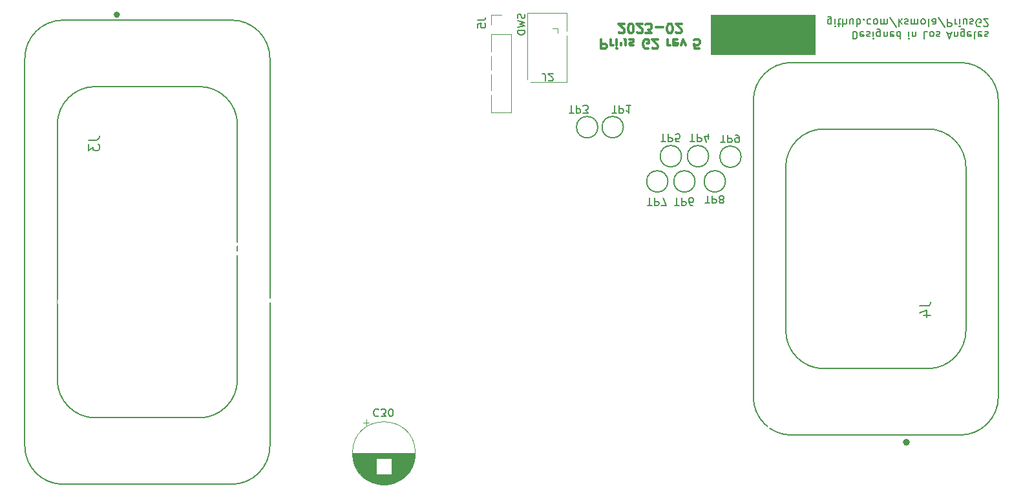
<source format=gbr>
%TF.GenerationSoftware,KiCad,Pcbnew,7.0.0-rc1-unknown-0.4.rc2.fc37*%
%TF.CreationDate,2023-02-14T20:33:30-08:00*%
%TF.ProjectId,prius_gen2,70726975-735f-4676-956e-322e6b696361,rev?*%
%TF.SameCoordinates,Original*%
%TF.FileFunction,Legend,Bot*%
%TF.FilePolarity,Positive*%
%FSLAX46Y46*%
G04 Gerber Fmt 4.6, Leading zero omitted, Abs format (unit mm)*
G04 Created by KiCad (PCBNEW 7.0.0-rc1-unknown-0.4.rc2.fc37) date 2023-02-14 20:33:30*
%MOMM*%
%LPD*%
G01*
G04 APERTURE LIST*
%ADD10C,0.120000*%
%ADD11C,0.100000*%
%ADD12C,0.150000*%
%ADD13C,0.300000*%
%ADD14C,0.127000*%
%ADD15C,0.400000*%
%ADD16C,0.500000*%
%ADD17R,1.600000X1.600000*%
%ADD18C,1.600000*%
%ADD19C,2.000000*%
%ADD20R,2.625000X2.625000*%
%ADD21C,2.625000*%
%ADD22C,0.990600*%
%ADD23C,0.787400*%
%ADD24R,1.700000X1.700000*%
%ADD25O,1.700000X1.700000*%
%ADD26C,0.600000*%
G04 APERTURE END LIST*
D10*
X149675000Y-77999500D02*
X149675000Y-68899500D01*
D11*
G36*
X187377000Y-74299500D02*
G01*
X173677000Y-74299500D01*
X173677000Y-69199500D01*
X187377000Y-69199500D01*
X187377000Y-74299500D01*
G37*
X187377000Y-74299500D02*
X173677000Y-74299500D01*
X173677000Y-69199500D01*
X187377000Y-69199500D01*
X187377000Y-74299500D01*
D10*
X149675000Y-68899500D02*
X154855000Y-68899500D01*
X154855000Y-68899500D02*
X154855000Y-77999500D01*
X154855000Y-77999500D02*
X149675000Y-77999500D01*
D12*
X192315160Y-71334019D02*
X192315160Y-72334019D01*
X192315160Y-72334019D02*
X192553255Y-72334019D01*
X192553255Y-72334019D02*
X192696112Y-72286400D01*
X192696112Y-72286400D02*
X192791350Y-72191161D01*
X192791350Y-72191161D02*
X192838969Y-72095923D01*
X192838969Y-72095923D02*
X192886588Y-71905447D01*
X192886588Y-71905447D02*
X192886588Y-71762590D01*
X192886588Y-71762590D02*
X192838969Y-71572114D01*
X192838969Y-71572114D02*
X192791350Y-71476876D01*
X192791350Y-71476876D02*
X192696112Y-71381638D01*
X192696112Y-71381638D02*
X192553255Y-71334019D01*
X192553255Y-71334019D02*
X192315160Y-71334019D01*
X193696112Y-71381638D02*
X193600874Y-71334019D01*
X193600874Y-71334019D02*
X193410398Y-71334019D01*
X193410398Y-71334019D02*
X193315160Y-71381638D01*
X193315160Y-71381638D02*
X193267541Y-71476876D01*
X193267541Y-71476876D02*
X193267541Y-71857828D01*
X193267541Y-71857828D02*
X193315160Y-71953066D01*
X193315160Y-71953066D02*
X193410398Y-72000685D01*
X193410398Y-72000685D02*
X193600874Y-72000685D01*
X193600874Y-72000685D02*
X193696112Y-71953066D01*
X193696112Y-71953066D02*
X193743731Y-71857828D01*
X193743731Y-71857828D02*
X193743731Y-71762590D01*
X193743731Y-71762590D02*
X193267541Y-71667352D01*
X194124684Y-71381638D02*
X194219922Y-71334019D01*
X194219922Y-71334019D02*
X194410398Y-71334019D01*
X194410398Y-71334019D02*
X194505636Y-71381638D01*
X194505636Y-71381638D02*
X194553255Y-71476876D01*
X194553255Y-71476876D02*
X194553255Y-71524495D01*
X194553255Y-71524495D02*
X194505636Y-71619733D01*
X194505636Y-71619733D02*
X194410398Y-71667352D01*
X194410398Y-71667352D02*
X194267541Y-71667352D01*
X194267541Y-71667352D02*
X194172303Y-71714971D01*
X194172303Y-71714971D02*
X194124684Y-71810209D01*
X194124684Y-71810209D02*
X194124684Y-71857828D01*
X194124684Y-71857828D02*
X194172303Y-71953066D01*
X194172303Y-71953066D02*
X194267541Y-72000685D01*
X194267541Y-72000685D02*
X194410398Y-72000685D01*
X194410398Y-72000685D02*
X194505636Y-71953066D01*
X194981827Y-71334019D02*
X194981827Y-72000685D01*
X194981827Y-72334019D02*
X194934208Y-72286400D01*
X194934208Y-72286400D02*
X194981827Y-72238780D01*
X194981827Y-72238780D02*
X195029446Y-72286400D01*
X195029446Y-72286400D02*
X194981827Y-72334019D01*
X194981827Y-72334019D02*
X194981827Y-72238780D01*
X195886588Y-72000685D02*
X195886588Y-71191161D01*
X195886588Y-71191161D02*
X195838969Y-71095923D01*
X195838969Y-71095923D02*
X195791350Y-71048304D01*
X195791350Y-71048304D02*
X195696112Y-71000685D01*
X195696112Y-71000685D02*
X195553255Y-71000685D01*
X195553255Y-71000685D02*
X195458017Y-71048304D01*
X195886588Y-71381638D02*
X195791350Y-71334019D01*
X195791350Y-71334019D02*
X195600874Y-71334019D01*
X195600874Y-71334019D02*
X195505636Y-71381638D01*
X195505636Y-71381638D02*
X195458017Y-71429257D01*
X195458017Y-71429257D02*
X195410398Y-71524495D01*
X195410398Y-71524495D02*
X195410398Y-71810209D01*
X195410398Y-71810209D02*
X195458017Y-71905447D01*
X195458017Y-71905447D02*
X195505636Y-71953066D01*
X195505636Y-71953066D02*
X195600874Y-72000685D01*
X195600874Y-72000685D02*
X195791350Y-72000685D01*
X195791350Y-72000685D02*
X195886588Y-71953066D01*
X196362779Y-72000685D02*
X196362779Y-71334019D01*
X196362779Y-71905447D02*
X196410398Y-71953066D01*
X196410398Y-71953066D02*
X196505636Y-72000685D01*
X196505636Y-72000685D02*
X196648493Y-72000685D01*
X196648493Y-72000685D02*
X196743731Y-71953066D01*
X196743731Y-71953066D02*
X196791350Y-71857828D01*
X196791350Y-71857828D02*
X196791350Y-71334019D01*
X197648493Y-71381638D02*
X197553255Y-71334019D01*
X197553255Y-71334019D02*
X197362779Y-71334019D01*
X197362779Y-71334019D02*
X197267541Y-71381638D01*
X197267541Y-71381638D02*
X197219922Y-71476876D01*
X197219922Y-71476876D02*
X197219922Y-71857828D01*
X197219922Y-71857828D02*
X197267541Y-71953066D01*
X197267541Y-71953066D02*
X197362779Y-72000685D01*
X197362779Y-72000685D02*
X197553255Y-72000685D01*
X197553255Y-72000685D02*
X197648493Y-71953066D01*
X197648493Y-71953066D02*
X197696112Y-71857828D01*
X197696112Y-71857828D02*
X197696112Y-71762590D01*
X197696112Y-71762590D02*
X197219922Y-71667352D01*
X198553255Y-71334019D02*
X198553255Y-72334019D01*
X198553255Y-71381638D02*
X198458017Y-71334019D01*
X198458017Y-71334019D02*
X198267541Y-71334019D01*
X198267541Y-71334019D02*
X198172303Y-71381638D01*
X198172303Y-71381638D02*
X198124684Y-71429257D01*
X198124684Y-71429257D02*
X198077065Y-71524495D01*
X198077065Y-71524495D02*
X198077065Y-71810209D01*
X198077065Y-71810209D02*
X198124684Y-71905447D01*
X198124684Y-71905447D02*
X198172303Y-71953066D01*
X198172303Y-71953066D02*
X198267541Y-72000685D01*
X198267541Y-72000685D02*
X198458017Y-72000685D01*
X198458017Y-72000685D02*
X198553255Y-71953066D01*
X199629446Y-71334019D02*
X199629446Y-72000685D01*
X199629446Y-72334019D02*
X199581827Y-72286400D01*
X199581827Y-72286400D02*
X199629446Y-72238780D01*
X199629446Y-72238780D02*
X199677065Y-72286400D01*
X199677065Y-72286400D02*
X199629446Y-72334019D01*
X199629446Y-72334019D02*
X199629446Y-72238780D01*
X200105636Y-72000685D02*
X200105636Y-71334019D01*
X200105636Y-71905447D02*
X200153255Y-71953066D01*
X200153255Y-71953066D02*
X200248493Y-72000685D01*
X200248493Y-72000685D02*
X200391350Y-72000685D01*
X200391350Y-72000685D02*
X200486588Y-71953066D01*
X200486588Y-71953066D02*
X200534207Y-71857828D01*
X200534207Y-71857828D02*
X200534207Y-71334019D01*
X202086588Y-71334019D02*
X201610398Y-71334019D01*
X201610398Y-71334019D02*
X201610398Y-72334019D01*
X202562779Y-71334019D02*
X202467541Y-71381638D01*
X202467541Y-71381638D02*
X202419922Y-71429257D01*
X202419922Y-71429257D02*
X202372303Y-71524495D01*
X202372303Y-71524495D02*
X202372303Y-71810209D01*
X202372303Y-71810209D02*
X202419922Y-71905447D01*
X202419922Y-71905447D02*
X202467541Y-71953066D01*
X202467541Y-71953066D02*
X202562779Y-72000685D01*
X202562779Y-72000685D02*
X202705636Y-72000685D01*
X202705636Y-72000685D02*
X202800874Y-71953066D01*
X202800874Y-71953066D02*
X202848493Y-71905447D01*
X202848493Y-71905447D02*
X202896112Y-71810209D01*
X202896112Y-71810209D02*
X202896112Y-71524495D01*
X202896112Y-71524495D02*
X202848493Y-71429257D01*
X202848493Y-71429257D02*
X202800874Y-71381638D01*
X202800874Y-71381638D02*
X202705636Y-71334019D01*
X202705636Y-71334019D02*
X202562779Y-71334019D01*
X203277065Y-71381638D02*
X203372303Y-71334019D01*
X203372303Y-71334019D02*
X203562779Y-71334019D01*
X203562779Y-71334019D02*
X203658017Y-71381638D01*
X203658017Y-71381638D02*
X203705636Y-71476876D01*
X203705636Y-71476876D02*
X203705636Y-71524495D01*
X203705636Y-71524495D02*
X203658017Y-71619733D01*
X203658017Y-71619733D02*
X203562779Y-71667352D01*
X203562779Y-71667352D02*
X203419922Y-71667352D01*
X203419922Y-71667352D02*
X203324684Y-71714971D01*
X203324684Y-71714971D02*
X203277065Y-71810209D01*
X203277065Y-71810209D02*
X203277065Y-71857828D01*
X203277065Y-71857828D02*
X203324684Y-71953066D01*
X203324684Y-71953066D02*
X203419922Y-72000685D01*
X203419922Y-72000685D02*
X203562779Y-72000685D01*
X203562779Y-72000685D02*
X203658017Y-71953066D01*
X204686589Y-71619733D02*
X205162779Y-71619733D01*
X204591351Y-71334019D02*
X204924684Y-72334019D01*
X204924684Y-72334019D02*
X205258017Y-71334019D01*
X205591351Y-72000685D02*
X205591351Y-71334019D01*
X205591351Y-71905447D02*
X205638970Y-71953066D01*
X205638970Y-71953066D02*
X205734208Y-72000685D01*
X205734208Y-72000685D02*
X205877065Y-72000685D01*
X205877065Y-72000685D02*
X205972303Y-71953066D01*
X205972303Y-71953066D02*
X206019922Y-71857828D01*
X206019922Y-71857828D02*
X206019922Y-71334019D01*
X206924684Y-72000685D02*
X206924684Y-71191161D01*
X206924684Y-71191161D02*
X206877065Y-71095923D01*
X206877065Y-71095923D02*
X206829446Y-71048304D01*
X206829446Y-71048304D02*
X206734208Y-71000685D01*
X206734208Y-71000685D02*
X206591351Y-71000685D01*
X206591351Y-71000685D02*
X206496113Y-71048304D01*
X206924684Y-71381638D02*
X206829446Y-71334019D01*
X206829446Y-71334019D02*
X206638970Y-71334019D01*
X206638970Y-71334019D02*
X206543732Y-71381638D01*
X206543732Y-71381638D02*
X206496113Y-71429257D01*
X206496113Y-71429257D02*
X206448494Y-71524495D01*
X206448494Y-71524495D02*
X206448494Y-71810209D01*
X206448494Y-71810209D02*
X206496113Y-71905447D01*
X206496113Y-71905447D02*
X206543732Y-71953066D01*
X206543732Y-71953066D02*
X206638970Y-72000685D01*
X206638970Y-72000685D02*
X206829446Y-72000685D01*
X206829446Y-72000685D02*
X206924684Y-71953066D01*
X207781827Y-71381638D02*
X207686589Y-71334019D01*
X207686589Y-71334019D02*
X207496113Y-71334019D01*
X207496113Y-71334019D02*
X207400875Y-71381638D01*
X207400875Y-71381638D02*
X207353256Y-71476876D01*
X207353256Y-71476876D02*
X207353256Y-71857828D01*
X207353256Y-71857828D02*
X207400875Y-71953066D01*
X207400875Y-71953066D02*
X207496113Y-72000685D01*
X207496113Y-72000685D02*
X207686589Y-72000685D01*
X207686589Y-72000685D02*
X207781827Y-71953066D01*
X207781827Y-71953066D02*
X207829446Y-71857828D01*
X207829446Y-71857828D02*
X207829446Y-71762590D01*
X207829446Y-71762590D02*
X207353256Y-71667352D01*
X208400875Y-71334019D02*
X208305637Y-71381638D01*
X208305637Y-71381638D02*
X208258018Y-71476876D01*
X208258018Y-71476876D02*
X208258018Y-72334019D01*
X209162780Y-71381638D02*
X209067542Y-71334019D01*
X209067542Y-71334019D02*
X208877066Y-71334019D01*
X208877066Y-71334019D02*
X208781828Y-71381638D01*
X208781828Y-71381638D02*
X208734209Y-71476876D01*
X208734209Y-71476876D02*
X208734209Y-71857828D01*
X208734209Y-71857828D02*
X208781828Y-71953066D01*
X208781828Y-71953066D02*
X208877066Y-72000685D01*
X208877066Y-72000685D02*
X209067542Y-72000685D01*
X209067542Y-72000685D02*
X209162780Y-71953066D01*
X209162780Y-71953066D02*
X209210399Y-71857828D01*
X209210399Y-71857828D02*
X209210399Y-71762590D01*
X209210399Y-71762590D02*
X208734209Y-71667352D01*
X209591352Y-71381638D02*
X209686590Y-71334019D01*
X209686590Y-71334019D02*
X209877066Y-71334019D01*
X209877066Y-71334019D02*
X209972304Y-71381638D01*
X209972304Y-71381638D02*
X210019923Y-71476876D01*
X210019923Y-71476876D02*
X210019923Y-71524495D01*
X210019923Y-71524495D02*
X209972304Y-71619733D01*
X209972304Y-71619733D02*
X209877066Y-71667352D01*
X209877066Y-71667352D02*
X209734209Y-71667352D01*
X209734209Y-71667352D02*
X209638971Y-71714971D01*
X209638971Y-71714971D02*
X209591352Y-71810209D01*
X209591352Y-71810209D02*
X209591352Y-71857828D01*
X209591352Y-71857828D02*
X209638971Y-71953066D01*
X209638971Y-71953066D02*
X209734209Y-72000685D01*
X209734209Y-72000685D02*
X209877066Y-72000685D01*
X209877066Y-72000685D02*
X209972304Y-71953066D01*
X189496113Y-70380685D02*
X189496113Y-69571161D01*
X189496113Y-69571161D02*
X189448494Y-69475923D01*
X189448494Y-69475923D02*
X189400875Y-69428304D01*
X189400875Y-69428304D02*
X189305637Y-69380685D01*
X189305637Y-69380685D02*
X189162780Y-69380685D01*
X189162780Y-69380685D02*
X189067542Y-69428304D01*
X189496113Y-69761638D02*
X189400875Y-69714019D01*
X189400875Y-69714019D02*
X189210399Y-69714019D01*
X189210399Y-69714019D02*
X189115161Y-69761638D01*
X189115161Y-69761638D02*
X189067542Y-69809257D01*
X189067542Y-69809257D02*
X189019923Y-69904495D01*
X189019923Y-69904495D02*
X189019923Y-70190209D01*
X189019923Y-70190209D02*
X189067542Y-70285447D01*
X189067542Y-70285447D02*
X189115161Y-70333066D01*
X189115161Y-70333066D02*
X189210399Y-70380685D01*
X189210399Y-70380685D02*
X189400875Y-70380685D01*
X189400875Y-70380685D02*
X189496113Y-70333066D01*
X189972304Y-69714019D02*
X189972304Y-70380685D01*
X189972304Y-70714019D02*
X189924685Y-70666400D01*
X189924685Y-70666400D02*
X189972304Y-70618780D01*
X189972304Y-70618780D02*
X190019923Y-70666400D01*
X190019923Y-70666400D02*
X189972304Y-70714019D01*
X189972304Y-70714019D02*
X189972304Y-70618780D01*
X190305637Y-70380685D02*
X190686589Y-70380685D01*
X190448494Y-70714019D02*
X190448494Y-69856876D01*
X190448494Y-69856876D02*
X190496113Y-69761638D01*
X190496113Y-69761638D02*
X190591351Y-69714019D01*
X190591351Y-69714019D02*
X190686589Y-69714019D01*
X191019923Y-69714019D02*
X191019923Y-70714019D01*
X191448494Y-69714019D02*
X191448494Y-70237828D01*
X191448494Y-70237828D02*
X191400875Y-70333066D01*
X191400875Y-70333066D02*
X191305637Y-70380685D01*
X191305637Y-70380685D02*
X191162780Y-70380685D01*
X191162780Y-70380685D02*
X191067542Y-70333066D01*
X191067542Y-70333066D02*
X191019923Y-70285447D01*
X192353256Y-70380685D02*
X192353256Y-69714019D01*
X191924685Y-70380685D02*
X191924685Y-69856876D01*
X191924685Y-69856876D02*
X191972304Y-69761638D01*
X191972304Y-69761638D02*
X192067542Y-69714019D01*
X192067542Y-69714019D02*
X192210399Y-69714019D01*
X192210399Y-69714019D02*
X192305637Y-69761638D01*
X192305637Y-69761638D02*
X192353256Y-69809257D01*
X192829447Y-69714019D02*
X192829447Y-70714019D01*
X192829447Y-70333066D02*
X192924685Y-70380685D01*
X192924685Y-70380685D02*
X193115161Y-70380685D01*
X193115161Y-70380685D02*
X193210399Y-70333066D01*
X193210399Y-70333066D02*
X193258018Y-70285447D01*
X193258018Y-70285447D02*
X193305637Y-70190209D01*
X193305637Y-70190209D02*
X193305637Y-69904495D01*
X193305637Y-69904495D02*
X193258018Y-69809257D01*
X193258018Y-69809257D02*
X193210399Y-69761638D01*
X193210399Y-69761638D02*
X193115161Y-69714019D01*
X193115161Y-69714019D02*
X192924685Y-69714019D01*
X192924685Y-69714019D02*
X192829447Y-69761638D01*
X193734209Y-69809257D02*
X193781828Y-69761638D01*
X193781828Y-69761638D02*
X193734209Y-69714019D01*
X193734209Y-69714019D02*
X193686590Y-69761638D01*
X193686590Y-69761638D02*
X193734209Y-69809257D01*
X193734209Y-69809257D02*
X193734209Y-69714019D01*
X194638970Y-69761638D02*
X194543732Y-69714019D01*
X194543732Y-69714019D02*
X194353256Y-69714019D01*
X194353256Y-69714019D02*
X194258018Y-69761638D01*
X194258018Y-69761638D02*
X194210399Y-69809257D01*
X194210399Y-69809257D02*
X194162780Y-69904495D01*
X194162780Y-69904495D02*
X194162780Y-70190209D01*
X194162780Y-70190209D02*
X194210399Y-70285447D01*
X194210399Y-70285447D02*
X194258018Y-70333066D01*
X194258018Y-70333066D02*
X194353256Y-70380685D01*
X194353256Y-70380685D02*
X194543732Y-70380685D01*
X194543732Y-70380685D02*
X194638970Y-70333066D01*
X195210399Y-69714019D02*
X195115161Y-69761638D01*
X195115161Y-69761638D02*
X195067542Y-69809257D01*
X195067542Y-69809257D02*
X195019923Y-69904495D01*
X195019923Y-69904495D02*
X195019923Y-70190209D01*
X195019923Y-70190209D02*
X195067542Y-70285447D01*
X195067542Y-70285447D02*
X195115161Y-70333066D01*
X195115161Y-70333066D02*
X195210399Y-70380685D01*
X195210399Y-70380685D02*
X195353256Y-70380685D01*
X195353256Y-70380685D02*
X195448494Y-70333066D01*
X195448494Y-70333066D02*
X195496113Y-70285447D01*
X195496113Y-70285447D02*
X195543732Y-70190209D01*
X195543732Y-70190209D02*
X195543732Y-69904495D01*
X195543732Y-69904495D02*
X195496113Y-69809257D01*
X195496113Y-69809257D02*
X195448494Y-69761638D01*
X195448494Y-69761638D02*
X195353256Y-69714019D01*
X195353256Y-69714019D02*
X195210399Y-69714019D01*
X195972304Y-69714019D02*
X195972304Y-70380685D01*
X195972304Y-70285447D02*
X196019923Y-70333066D01*
X196019923Y-70333066D02*
X196115161Y-70380685D01*
X196115161Y-70380685D02*
X196258018Y-70380685D01*
X196258018Y-70380685D02*
X196353256Y-70333066D01*
X196353256Y-70333066D02*
X196400875Y-70237828D01*
X196400875Y-70237828D02*
X196400875Y-69714019D01*
X196400875Y-70237828D02*
X196448494Y-70333066D01*
X196448494Y-70333066D02*
X196543732Y-70380685D01*
X196543732Y-70380685D02*
X196686589Y-70380685D01*
X196686589Y-70380685D02*
X196781828Y-70333066D01*
X196781828Y-70333066D02*
X196829447Y-70237828D01*
X196829447Y-70237828D02*
X196829447Y-69714019D01*
X198019922Y-70761638D02*
X197162780Y-69475923D01*
X198353256Y-69714019D02*
X198353256Y-70714019D01*
X198448494Y-70094971D02*
X198734208Y-69714019D01*
X198734208Y-70380685D02*
X198353256Y-69999733D01*
X199115161Y-69761638D02*
X199210399Y-69714019D01*
X199210399Y-69714019D02*
X199400875Y-69714019D01*
X199400875Y-69714019D02*
X199496113Y-69761638D01*
X199496113Y-69761638D02*
X199543732Y-69856876D01*
X199543732Y-69856876D02*
X199543732Y-69904495D01*
X199543732Y-69904495D02*
X199496113Y-69999733D01*
X199496113Y-69999733D02*
X199400875Y-70047352D01*
X199400875Y-70047352D02*
X199258018Y-70047352D01*
X199258018Y-70047352D02*
X199162780Y-70094971D01*
X199162780Y-70094971D02*
X199115161Y-70190209D01*
X199115161Y-70190209D02*
X199115161Y-70237828D01*
X199115161Y-70237828D02*
X199162780Y-70333066D01*
X199162780Y-70333066D02*
X199258018Y-70380685D01*
X199258018Y-70380685D02*
X199400875Y-70380685D01*
X199400875Y-70380685D02*
X199496113Y-70333066D01*
X199972304Y-69714019D02*
X199972304Y-70380685D01*
X199972304Y-70285447D02*
X200019923Y-70333066D01*
X200019923Y-70333066D02*
X200115161Y-70380685D01*
X200115161Y-70380685D02*
X200258018Y-70380685D01*
X200258018Y-70380685D02*
X200353256Y-70333066D01*
X200353256Y-70333066D02*
X200400875Y-70237828D01*
X200400875Y-70237828D02*
X200400875Y-69714019D01*
X200400875Y-70237828D02*
X200448494Y-70333066D01*
X200448494Y-70333066D02*
X200543732Y-70380685D01*
X200543732Y-70380685D02*
X200686589Y-70380685D01*
X200686589Y-70380685D02*
X200781828Y-70333066D01*
X200781828Y-70333066D02*
X200829447Y-70237828D01*
X200829447Y-70237828D02*
X200829447Y-69714019D01*
X201448494Y-69714019D02*
X201353256Y-69761638D01*
X201353256Y-69761638D02*
X201305637Y-69809257D01*
X201305637Y-69809257D02*
X201258018Y-69904495D01*
X201258018Y-69904495D02*
X201258018Y-70190209D01*
X201258018Y-70190209D02*
X201305637Y-70285447D01*
X201305637Y-70285447D02*
X201353256Y-70333066D01*
X201353256Y-70333066D02*
X201448494Y-70380685D01*
X201448494Y-70380685D02*
X201591351Y-70380685D01*
X201591351Y-70380685D02*
X201686589Y-70333066D01*
X201686589Y-70333066D02*
X201734208Y-70285447D01*
X201734208Y-70285447D02*
X201781827Y-70190209D01*
X201781827Y-70190209D02*
X201781827Y-69904495D01*
X201781827Y-69904495D02*
X201734208Y-69809257D01*
X201734208Y-69809257D02*
X201686589Y-69761638D01*
X201686589Y-69761638D02*
X201591351Y-69714019D01*
X201591351Y-69714019D02*
X201448494Y-69714019D01*
X202353256Y-69714019D02*
X202258018Y-69761638D01*
X202258018Y-69761638D02*
X202210399Y-69856876D01*
X202210399Y-69856876D02*
X202210399Y-70714019D01*
X203162780Y-69714019D02*
X203162780Y-70237828D01*
X203162780Y-70237828D02*
X203115161Y-70333066D01*
X203115161Y-70333066D02*
X203019923Y-70380685D01*
X203019923Y-70380685D02*
X202829447Y-70380685D01*
X202829447Y-70380685D02*
X202734209Y-70333066D01*
X203162780Y-69761638D02*
X203067542Y-69714019D01*
X203067542Y-69714019D02*
X202829447Y-69714019D01*
X202829447Y-69714019D02*
X202734209Y-69761638D01*
X202734209Y-69761638D02*
X202686590Y-69856876D01*
X202686590Y-69856876D02*
X202686590Y-69952114D01*
X202686590Y-69952114D02*
X202734209Y-70047352D01*
X202734209Y-70047352D02*
X202829447Y-70094971D01*
X202829447Y-70094971D02*
X203067542Y-70094971D01*
X203067542Y-70094971D02*
X203162780Y-70142590D01*
X204353256Y-70761638D02*
X203496114Y-69475923D01*
X204686590Y-69714019D02*
X204686590Y-70714019D01*
X204686590Y-70714019D02*
X205067542Y-70714019D01*
X205067542Y-70714019D02*
X205162780Y-70666400D01*
X205162780Y-70666400D02*
X205210399Y-70618780D01*
X205210399Y-70618780D02*
X205258018Y-70523542D01*
X205258018Y-70523542D02*
X205258018Y-70380685D01*
X205258018Y-70380685D02*
X205210399Y-70285447D01*
X205210399Y-70285447D02*
X205162780Y-70237828D01*
X205162780Y-70237828D02*
X205067542Y-70190209D01*
X205067542Y-70190209D02*
X204686590Y-70190209D01*
X205686590Y-69714019D02*
X205686590Y-70380685D01*
X205686590Y-70190209D02*
X205734209Y-70285447D01*
X205734209Y-70285447D02*
X205781828Y-70333066D01*
X205781828Y-70333066D02*
X205877066Y-70380685D01*
X205877066Y-70380685D02*
X205972304Y-70380685D01*
X206305638Y-69714019D02*
X206305638Y-70380685D01*
X206305638Y-70714019D02*
X206258019Y-70666400D01*
X206258019Y-70666400D02*
X206305638Y-70618780D01*
X206305638Y-70618780D02*
X206353257Y-70666400D01*
X206353257Y-70666400D02*
X206305638Y-70714019D01*
X206305638Y-70714019D02*
X206305638Y-70618780D01*
X207210399Y-70380685D02*
X207210399Y-69714019D01*
X206781828Y-70380685D02*
X206781828Y-69856876D01*
X206781828Y-69856876D02*
X206829447Y-69761638D01*
X206829447Y-69761638D02*
X206924685Y-69714019D01*
X206924685Y-69714019D02*
X207067542Y-69714019D01*
X207067542Y-69714019D02*
X207162780Y-69761638D01*
X207162780Y-69761638D02*
X207210399Y-69809257D01*
X207638971Y-69761638D02*
X207734209Y-69714019D01*
X207734209Y-69714019D02*
X207924685Y-69714019D01*
X207924685Y-69714019D02*
X208019923Y-69761638D01*
X208019923Y-69761638D02*
X208067542Y-69856876D01*
X208067542Y-69856876D02*
X208067542Y-69904495D01*
X208067542Y-69904495D02*
X208019923Y-69999733D01*
X208019923Y-69999733D02*
X207924685Y-70047352D01*
X207924685Y-70047352D02*
X207781828Y-70047352D01*
X207781828Y-70047352D02*
X207686590Y-70094971D01*
X207686590Y-70094971D02*
X207638971Y-70190209D01*
X207638971Y-70190209D02*
X207638971Y-70237828D01*
X207638971Y-70237828D02*
X207686590Y-70333066D01*
X207686590Y-70333066D02*
X207781828Y-70380685D01*
X207781828Y-70380685D02*
X207924685Y-70380685D01*
X207924685Y-70380685D02*
X208019923Y-70333066D01*
X209019923Y-70666400D02*
X208924685Y-70714019D01*
X208924685Y-70714019D02*
X208781828Y-70714019D01*
X208781828Y-70714019D02*
X208638971Y-70666400D01*
X208638971Y-70666400D02*
X208543733Y-70571161D01*
X208543733Y-70571161D02*
X208496114Y-70475923D01*
X208496114Y-70475923D02*
X208448495Y-70285447D01*
X208448495Y-70285447D02*
X208448495Y-70142590D01*
X208448495Y-70142590D02*
X208496114Y-69952114D01*
X208496114Y-69952114D02*
X208543733Y-69856876D01*
X208543733Y-69856876D02*
X208638971Y-69761638D01*
X208638971Y-69761638D02*
X208781828Y-69714019D01*
X208781828Y-69714019D02*
X208877066Y-69714019D01*
X208877066Y-69714019D02*
X209019923Y-69761638D01*
X209019923Y-69761638D02*
X209067542Y-69809257D01*
X209067542Y-69809257D02*
X209067542Y-70142590D01*
X209067542Y-70142590D02*
X208877066Y-70142590D01*
X209448495Y-70618780D02*
X209496114Y-70666400D01*
X209496114Y-70666400D02*
X209591352Y-70714019D01*
X209591352Y-70714019D02*
X209829447Y-70714019D01*
X209829447Y-70714019D02*
X209924685Y-70666400D01*
X209924685Y-70666400D02*
X209972304Y-70618780D01*
X209972304Y-70618780D02*
X210019923Y-70523542D01*
X210019923Y-70523542D02*
X210019923Y-70428304D01*
X210019923Y-70428304D02*
X209972304Y-70285447D01*
X209972304Y-70285447D02*
X209400876Y-69714019D01*
X209400876Y-69714019D02*
X210019923Y-69714019D01*
X149319761Y-69042857D02*
X149367380Y-69185714D01*
X149367380Y-69185714D02*
X149367380Y-69423809D01*
X149367380Y-69423809D02*
X149319761Y-69519047D01*
X149319761Y-69519047D02*
X149272142Y-69566666D01*
X149272142Y-69566666D02*
X149176904Y-69614285D01*
X149176904Y-69614285D02*
X149081666Y-69614285D01*
X149081666Y-69614285D02*
X148986428Y-69566666D01*
X148986428Y-69566666D02*
X148938809Y-69519047D01*
X148938809Y-69519047D02*
X148891190Y-69423809D01*
X148891190Y-69423809D02*
X148843571Y-69233333D01*
X148843571Y-69233333D02*
X148795952Y-69138095D01*
X148795952Y-69138095D02*
X148748333Y-69090476D01*
X148748333Y-69090476D02*
X148653095Y-69042857D01*
X148653095Y-69042857D02*
X148557857Y-69042857D01*
X148557857Y-69042857D02*
X148462619Y-69090476D01*
X148462619Y-69090476D02*
X148415000Y-69138095D01*
X148415000Y-69138095D02*
X148367380Y-69233333D01*
X148367380Y-69233333D02*
X148367380Y-69471428D01*
X148367380Y-69471428D02*
X148415000Y-69614285D01*
X148367380Y-69947619D02*
X149367380Y-70185714D01*
X149367380Y-70185714D02*
X148653095Y-70376190D01*
X148653095Y-70376190D02*
X149367380Y-70566666D01*
X149367380Y-70566666D02*
X148367380Y-70804762D01*
X149367380Y-71185714D02*
X148367380Y-71185714D01*
X148367380Y-71185714D02*
X148367380Y-71423809D01*
X148367380Y-71423809D02*
X148415000Y-71566666D01*
X148415000Y-71566666D02*
X148510238Y-71661904D01*
X148510238Y-71661904D02*
X148605476Y-71709523D01*
X148605476Y-71709523D02*
X148795952Y-71757142D01*
X148795952Y-71757142D02*
X148938809Y-71757142D01*
X148938809Y-71757142D02*
X149129285Y-71709523D01*
X149129285Y-71709523D02*
X149224523Y-71661904D01*
X149224523Y-71661904D02*
X149319761Y-71566666D01*
X149319761Y-71566666D02*
X149367380Y-71423809D01*
X149367380Y-71423809D02*
X149367380Y-71185714D01*
D13*
X159354381Y-72352773D02*
X159354381Y-73602773D01*
X159354381Y-73602773D02*
X159830571Y-73602773D01*
X159830571Y-73602773D02*
X159949619Y-73543250D01*
X159949619Y-73543250D02*
X160009142Y-73483726D01*
X160009142Y-73483726D02*
X160068666Y-73364678D01*
X160068666Y-73364678D02*
X160068666Y-73186107D01*
X160068666Y-73186107D02*
X160009142Y-73067059D01*
X160009142Y-73067059D02*
X159949619Y-73007535D01*
X159949619Y-73007535D02*
X159830571Y-72948011D01*
X159830571Y-72948011D02*
X159354381Y-72948011D01*
X160604381Y-72352773D02*
X160604381Y-73186107D01*
X160604381Y-72948011D02*
X160663904Y-73067059D01*
X160663904Y-73067059D02*
X160723428Y-73126583D01*
X160723428Y-73126583D02*
X160842476Y-73186107D01*
X160842476Y-73186107D02*
X160961523Y-73186107D01*
X161378191Y-72352773D02*
X161378191Y-73186107D01*
X161378191Y-73602773D02*
X161318667Y-73543250D01*
X161318667Y-73543250D02*
X161378191Y-73483726D01*
X161378191Y-73483726D02*
X161437714Y-73543250D01*
X161437714Y-73543250D02*
X161378191Y-73602773D01*
X161378191Y-73602773D02*
X161378191Y-73483726D01*
X162509143Y-73186107D02*
X162509143Y-72352773D01*
X161973429Y-73186107D02*
X161973429Y-72531345D01*
X161973429Y-72531345D02*
X162032952Y-72412297D01*
X162032952Y-72412297D02*
X162152000Y-72352773D01*
X162152000Y-72352773D02*
X162330571Y-72352773D01*
X162330571Y-72352773D02*
X162449619Y-72412297D01*
X162449619Y-72412297D02*
X162509143Y-72471821D01*
X163044857Y-72412297D02*
X163163904Y-72352773D01*
X163163904Y-72352773D02*
X163402000Y-72352773D01*
X163402000Y-72352773D02*
X163521047Y-72412297D01*
X163521047Y-72412297D02*
X163580571Y-72531345D01*
X163580571Y-72531345D02*
X163580571Y-72590869D01*
X163580571Y-72590869D02*
X163521047Y-72709916D01*
X163521047Y-72709916D02*
X163402000Y-72769440D01*
X163402000Y-72769440D02*
X163223428Y-72769440D01*
X163223428Y-72769440D02*
X163104381Y-72828964D01*
X163104381Y-72828964D02*
X163044857Y-72948011D01*
X163044857Y-72948011D02*
X163044857Y-73007535D01*
X163044857Y-73007535D02*
X163104381Y-73126583D01*
X163104381Y-73126583D02*
X163223428Y-73186107D01*
X163223428Y-73186107D02*
X163402000Y-73186107D01*
X163402000Y-73186107D02*
X163521047Y-73126583D01*
X165521047Y-73543250D02*
X165402000Y-73602773D01*
X165402000Y-73602773D02*
X165223428Y-73602773D01*
X165223428Y-73602773D02*
X165044857Y-73543250D01*
X165044857Y-73543250D02*
X164925809Y-73424202D01*
X164925809Y-73424202D02*
X164866286Y-73305154D01*
X164866286Y-73305154D02*
X164806762Y-73067059D01*
X164806762Y-73067059D02*
X164806762Y-72888488D01*
X164806762Y-72888488D02*
X164866286Y-72650392D01*
X164866286Y-72650392D02*
X164925809Y-72531345D01*
X164925809Y-72531345D02*
X165044857Y-72412297D01*
X165044857Y-72412297D02*
X165223428Y-72352773D01*
X165223428Y-72352773D02*
X165342476Y-72352773D01*
X165342476Y-72352773D02*
X165521047Y-72412297D01*
X165521047Y-72412297D02*
X165580571Y-72471821D01*
X165580571Y-72471821D02*
X165580571Y-72888488D01*
X165580571Y-72888488D02*
X165342476Y-72888488D01*
X166056762Y-73483726D02*
X166116286Y-73543250D01*
X166116286Y-73543250D02*
X166235333Y-73602773D01*
X166235333Y-73602773D02*
X166532952Y-73602773D01*
X166532952Y-73602773D02*
X166652000Y-73543250D01*
X166652000Y-73543250D02*
X166711524Y-73483726D01*
X166711524Y-73483726D02*
X166771047Y-73364678D01*
X166771047Y-73364678D02*
X166771047Y-73245630D01*
X166771047Y-73245630D02*
X166711524Y-73067059D01*
X166711524Y-73067059D02*
X165997238Y-72352773D01*
X165997238Y-72352773D02*
X166771047Y-72352773D01*
X168056762Y-72352773D02*
X168056762Y-73186107D01*
X168056762Y-72948011D02*
X168116285Y-73067059D01*
X168116285Y-73067059D02*
X168175809Y-73126583D01*
X168175809Y-73126583D02*
X168294857Y-73186107D01*
X168294857Y-73186107D02*
X168413904Y-73186107D01*
X169306762Y-72412297D02*
X169187714Y-72352773D01*
X169187714Y-72352773D02*
X168949619Y-72352773D01*
X168949619Y-72352773D02*
X168830572Y-72412297D01*
X168830572Y-72412297D02*
X168771048Y-72531345D01*
X168771048Y-72531345D02*
X168771048Y-73007535D01*
X168771048Y-73007535D02*
X168830572Y-73126583D01*
X168830572Y-73126583D02*
X168949619Y-73186107D01*
X168949619Y-73186107D02*
X169187714Y-73186107D01*
X169187714Y-73186107D02*
X169306762Y-73126583D01*
X169306762Y-73126583D02*
X169366286Y-73007535D01*
X169366286Y-73007535D02*
X169366286Y-72888488D01*
X169366286Y-72888488D02*
X168771048Y-72769440D01*
X169782953Y-73186107D02*
X170080572Y-72352773D01*
X170080572Y-72352773D02*
X170378191Y-73186107D01*
X172199620Y-73602773D02*
X171604382Y-73602773D01*
X171604382Y-73602773D02*
X171544858Y-73007535D01*
X171544858Y-73007535D02*
X171604382Y-73067059D01*
X171604382Y-73067059D02*
X171723429Y-73126583D01*
X171723429Y-73126583D02*
X172021048Y-73126583D01*
X172021048Y-73126583D02*
X172140096Y-73067059D01*
X172140096Y-73067059D02*
X172199620Y-73007535D01*
X172199620Y-73007535D02*
X172259143Y-72888488D01*
X172259143Y-72888488D02*
X172259143Y-72590869D01*
X172259143Y-72590869D02*
X172199620Y-72471821D01*
X172199620Y-72471821D02*
X172140096Y-72412297D01*
X172140096Y-72412297D02*
X172021048Y-72352773D01*
X172021048Y-72352773D02*
X171723429Y-72352773D01*
X171723429Y-72352773D02*
X171604382Y-72412297D01*
X171604382Y-72412297D02*
X171544858Y-72471821D01*
X161669858Y-71458726D02*
X161729382Y-71518250D01*
X161729382Y-71518250D02*
X161848429Y-71577773D01*
X161848429Y-71577773D02*
X162146048Y-71577773D01*
X162146048Y-71577773D02*
X162265096Y-71518250D01*
X162265096Y-71518250D02*
X162324620Y-71458726D01*
X162324620Y-71458726D02*
X162384143Y-71339678D01*
X162384143Y-71339678D02*
X162384143Y-71220630D01*
X162384143Y-71220630D02*
X162324620Y-71042059D01*
X162324620Y-71042059D02*
X161610334Y-70327773D01*
X161610334Y-70327773D02*
X162384143Y-70327773D01*
X163157953Y-71577773D02*
X163277000Y-71577773D01*
X163277000Y-71577773D02*
X163396048Y-71518250D01*
X163396048Y-71518250D02*
X163455572Y-71458726D01*
X163455572Y-71458726D02*
X163515096Y-71339678D01*
X163515096Y-71339678D02*
X163574619Y-71101583D01*
X163574619Y-71101583D02*
X163574619Y-70803964D01*
X163574619Y-70803964D02*
X163515096Y-70565869D01*
X163515096Y-70565869D02*
X163455572Y-70446821D01*
X163455572Y-70446821D02*
X163396048Y-70387297D01*
X163396048Y-70387297D02*
X163277000Y-70327773D01*
X163277000Y-70327773D02*
X163157953Y-70327773D01*
X163157953Y-70327773D02*
X163038905Y-70387297D01*
X163038905Y-70387297D02*
X162979381Y-70446821D01*
X162979381Y-70446821D02*
X162919858Y-70565869D01*
X162919858Y-70565869D02*
X162860334Y-70803964D01*
X162860334Y-70803964D02*
X162860334Y-71101583D01*
X162860334Y-71101583D02*
X162919858Y-71339678D01*
X162919858Y-71339678D02*
X162979381Y-71458726D01*
X162979381Y-71458726D02*
X163038905Y-71518250D01*
X163038905Y-71518250D02*
X163157953Y-71577773D01*
X164050810Y-71458726D02*
X164110334Y-71518250D01*
X164110334Y-71518250D02*
X164229381Y-71577773D01*
X164229381Y-71577773D02*
X164527000Y-71577773D01*
X164527000Y-71577773D02*
X164646048Y-71518250D01*
X164646048Y-71518250D02*
X164705572Y-71458726D01*
X164705572Y-71458726D02*
X164765095Y-71339678D01*
X164765095Y-71339678D02*
X164765095Y-71220630D01*
X164765095Y-71220630D02*
X164705572Y-71042059D01*
X164705572Y-71042059D02*
X163991286Y-70327773D01*
X163991286Y-70327773D02*
X164765095Y-70327773D01*
X165181762Y-71577773D02*
X165955571Y-71577773D01*
X165955571Y-71577773D02*
X165538905Y-71101583D01*
X165538905Y-71101583D02*
X165717476Y-71101583D01*
X165717476Y-71101583D02*
X165836524Y-71042059D01*
X165836524Y-71042059D02*
X165896048Y-70982535D01*
X165896048Y-70982535D02*
X165955571Y-70863488D01*
X165955571Y-70863488D02*
X165955571Y-70565869D01*
X165955571Y-70565869D02*
X165896048Y-70446821D01*
X165896048Y-70446821D02*
X165836524Y-70387297D01*
X165836524Y-70387297D02*
X165717476Y-70327773D01*
X165717476Y-70327773D02*
X165360333Y-70327773D01*
X165360333Y-70327773D02*
X165241286Y-70387297D01*
X165241286Y-70387297D02*
X165181762Y-70446821D01*
X166491286Y-70803964D02*
X167443667Y-70803964D01*
X168277000Y-71577773D02*
X168396047Y-71577773D01*
X168396047Y-71577773D02*
X168515095Y-71518250D01*
X168515095Y-71518250D02*
X168574619Y-71458726D01*
X168574619Y-71458726D02*
X168634143Y-71339678D01*
X168634143Y-71339678D02*
X168693666Y-71101583D01*
X168693666Y-71101583D02*
X168693666Y-70803964D01*
X168693666Y-70803964D02*
X168634143Y-70565869D01*
X168634143Y-70565869D02*
X168574619Y-70446821D01*
X168574619Y-70446821D02*
X168515095Y-70387297D01*
X168515095Y-70387297D02*
X168396047Y-70327773D01*
X168396047Y-70327773D02*
X168277000Y-70327773D01*
X168277000Y-70327773D02*
X168157952Y-70387297D01*
X168157952Y-70387297D02*
X168098428Y-70446821D01*
X168098428Y-70446821D02*
X168038905Y-70565869D01*
X168038905Y-70565869D02*
X167979381Y-70803964D01*
X167979381Y-70803964D02*
X167979381Y-71101583D01*
X167979381Y-71101583D02*
X168038905Y-71339678D01*
X168038905Y-71339678D02*
X168098428Y-71458726D01*
X168098428Y-71458726D02*
X168157952Y-71518250D01*
X168157952Y-71518250D02*
X168277000Y-71577773D01*
X169169857Y-71458726D02*
X169229381Y-71518250D01*
X169229381Y-71518250D02*
X169348428Y-71577773D01*
X169348428Y-71577773D02*
X169646047Y-71577773D01*
X169646047Y-71577773D02*
X169765095Y-71518250D01*
X169765095Y-71518250D02*
X169824619Y-71458726D01*
X169824619Y-71458726D02*
X169884142Y-71339678D01*
X169884142Y-71339678D02*
X169884142Y-71220630D01*
X169884142Y-71220630D02*
X169824619Y-71042059D01*
X169824619Y-71042059D02*
X169110333Y-70327773D01*
X169110333Y-70327773D02*
X169884142Y-70327773D01*
D12*
%TO.C,C30*%
X130164642Y-120873857D02*
X130117023Y-120826238D01*
X130117023Y-120826238D02*
X129974166Y-120778619D01*
X129974166Y-120778619D02*
X129878928Y-120778619D01*
X129878928Y-120778619D02*
X129736071Y-120826238D01*
X129736071Y-120826238D02*
X129640833Y-120921476D01*
X129640833Y-120921476D02*
X129593214Y-121016714D01*
X129593214Y-121016714D02*
X129545595Y-121207190D01*
X129545595Y-121207190D02*
X129545595Y-121350047D01*
X129545595Y-121350047D02*
X129593214Y-121540523D01*
X129593214Y-121540523D02*
X129640833Y-121635761D01*
X129640833Y-121635761D02*
X129736071Y-121731000D01*
X129736071Y-121731000D02*
X129878928Y-121778619D01*
X129878928Y-121778619D02*
X129974166Y-121778619D01*
X129974166Y-121778619D02*
X130117023Y-121731000D01*
X130117023Y-121731000D02*
X130164642Y-121683380D01*
X130497976Y-121778619D02*
X131117023Y-121778619D01*
X131117023Y-121778619D02*
X130783690Y-121397666D01*
X130783690Y-121397666D02*
X130926547Y-121397666D01*
X130926547Y-121397666D02*
X131021785Y-121350047D01*
X131021785Y-121350047D02*
X131069404Y-121302428D01*
X131069404Y-121302428D02*
X131117023Y-121207190D01*
X131117023Y-121207190D02*
X131117023Y-120969095D01*
X131117023Y-120969095D02*
X131069404Y-120873857D01*
X131069404Y-120873857D02*
X131021785Y-120826238D01*
X131021785Y-120826238D02*
X130926547Y-120778619D01*
X130926547Y-120778619D02*
X130640833Y-120778619D01*
X130640833Y-120778619D02*
X130545595Y-120826238D01*
X130545595Y-120826238D02*
X130497976Y-120873857D01*
X131736071Y-121778619D02*
X131831309Y-121778619D01*
X131831309Y-121778619D02*
X131926547Y-121731000D01*
X131926547Y-121731000D02*
X131974166Y-121683380D01*
X131974166Y-121683380D02*
X132021785Y-121588142D01*
X132021785Y-121588142D02*
X132069404Y-121397666D01*
X132069404Y-121397666D02*
X132069404Y-121159571D01*
X132069404Y-121159571D02*
X132021785Y-120969095D01*
X132021785Y-120969095D02*
X131974166Y-120873857D01*
X131974166Y-120873857D02*
X131926547Y-120826238D01*
X131926547Y-120826238D02*
X131831309Y-120778619D01*
X131831309Y-120778619D02*
X131736071Y-120778619D01*
X131736071Y-120778619D02*
X131640833Y-120826238D01*
X131640833Y-120826238D02*
X131593214Y-120873857D01*
X131593214Y-120873857D02*
X131545595Y-120969095D01*
X131545595Y-120969095D02*
X131497976Y-121159571D01*
X131497976Y-121159571D02*
X131497976Y-121397666D01*
X131497976Y-121397666D02*
X131545595Y-121588142D01*
X131545595Y-121588142D02*
X131593214Y-121683380D01*
X131593214Y-121683380D02*
X131640833Y-121731000D01*
X131640833Y-121731000D02*
X131736071Y-121778619D01*
%TO.C,J3*%
X92201389Y-85563072D02*
X93203020Y-85563072D01*
X93203020Y-85563072D02*
X93403346Y-85496296D01*
X93403346Y-85496296D02*
X93536897Y-85362746D01*
X93536897Y-85362746D02*
X93603672Y-85162419D01*
X93603672Y-85162419D02*
X93603672Y-85028869D01*
X92201389Y-86097275D02*
X92201389Y-86965355D01*
X92201389Y-86965355D02*
X92735592Y-86497927D01*
X92735592Y-86497927D02*
X92735592Y-86698253D01*
X92735592Y-86698253D02*
X92802368Y-86831804D01*
X92802368Y-86831804D02*
X92869143Y-86898579D01*
X92869143Y-86898579D02*
X93002694Y-86965355D01*
X93002694Y-86965355D02*
X93336571Y-86965355D01*
X93336571Y-86965355D02*
X93470121Y-86898579D01*
X93470121Y-86898579D02*
X93536897Y-86831804D01*
X93536897Y-86831804D02*
X93603672Y-86698253D01*
X93603672Y-86698253D02*
X93603672Y-86297601D01*
X93603672Y-86297601D02*
X93536897Y-86164050D01*
X93536897Y-86164050D02*
X93470121Y-86097275D01*
%TO.C,J2*%
X152021666Y-77832119D02*
X152021666Y-77117833D01*
X152021666Y-77117833D02*
X151974047Y-76974976D01*
X151974047Y-76974976D02*
X151878809Y-76879738D01*
X151878809Y-76879738D02*
X151735952Y-76832119D01*
X151735952Y-76832119D02*
X151640714Y-76832119D01*
X152450238Y-77736880D02*
X152497857Y-77784500D01*
X152497857Y-77784500D02*
X152593095Y-77832119D01*
X152593095Y-77832119D02*
X152831190Y-77832119D01*
X152831190Y-77832119D02*
X152926428Y-77784500D01*
X152926428Y-77784500D02*
X152974047Y-77736880D01*
X152974047Y-77736880D02*
X153021666Y-77641642D01*
X153021666Y-77641642D02*
X153021666Y-77546404D01*
X153021666Y-77546404D02*
X152974047Y-77403547D01*
X152974047Y-77403547D02*
X152402619Y-76832119D01*
X152402619Y-76832119D02*
X153021666Y-76832119D01*
%TO.C,J4*%
X201088679Y-107291252D02*
X202088854Y-107291252D01*
X202088854Y-107291252D02*
X202288888Y-107224573D01*
X202288888Y-107224573D02*
X202422245Y-107091217D01*
X202422245Y-107091217D02*
X202488923Y-106891182D01*
X202488923Y-106891182D02*
X202488923Y-106757825D01*
X201555427Y-108558140D02*
X202488923Y-108558140D01*
X201022001Y-108224748D02*
X202022175Y-107891357D01*
X202022175Y-107891357D02*
X202022175Y-108758174D01*
%TO.C,J5*%
X143167380Y-69866666D02*
X143881666Y-69866666D01*
X143881666Y-69866666D02*
X144024523Y-69819047D01*
X144024523Y-69819047D02*
X144119761Y-69723809D01*
X144119761Y-69723809D02*
X144167380Y-69580952D01*
X144167380Y-69580952D02*
X144167380Y-69485714D01*
X143167380Y-70819047D02*
X143167380Y-70342857D01*
X143167380Y-70342857D02*
X143643571Y-70295238D01*
X143643571Y-70295238D02*
X143595952Y-70342857D01*
X143595952Y-70342857D02*
X143548333Y-70438095D01*
X143548333Y-70438095D02*
X143548333Y-70676190D01*
X143548333Y-70676190D02*
X143595952Y-70771428D01*
X143595952Y-70771428D02*
X143643571Y-70819047D01*
X143643571Y-70819047D02*
X143738809Y-70866666D01*
X143738809Y-70866666D02*
X143976904Y-70866666D01*
X143976904Y-70866666D02*
X144072142Y-70819047D01*
X144072142Y-70819047D02*
X144119761Y-70771428D01*
X144119761Y-70771428D02*
X144167380Y-70676190D01*
X144167380Y-70676190D02*
X144167380Y-70438095D01*
X144167380Y-70438095D02*
X144119761Y-70342857D01*
X144119761Y-70342857D02*
X144072142Y-70295238D01*
%TO.C,TP6*%
X168979095Y-94116119D02*
X169550523Y-94116119D01*
X169264809Y-93116119D02*
X169264809Y-94116119D01*
X169883857Y-93116119D02*
X169883857Y-94116119D01*
X169883857Y-94116119D02*
X170264809Y-94116119D01*
X170264809Y-94116119D02*
X170360047Y-94068500D01*
X170360047Y-94068500D02*
X170407666Y-94020880D01*
X170407666Y-94020880D02*
X170455285Y-93925642D01*
X170455285Y-93925642D02*
X170455285Y-93782785D01*
X170455285Y-93782785D02*
X170407666Y-93687547D01*
X170407666Y-93687547D02*
X170360047Y-93639928D01*
X170360047Y-93639928D02*
X170264809Y-93592309D01*
X170264809Y-93592309D02*
X169883857Y-93592309D01*
X171312428Y-94116119D02*
X171121952Y-94116119D01*
X171121952Y-94116119D02*
X171026714Y-94068500D01*
X171026714Y-94068500D02*
X170979095Y-94020880D01*
X170979095Y-94020880D02*
X170883857Y-93878023D01*
X170883857Y-93878023D02*
X170836238Y-93687547D01*
X170836238Y-93687547D02*
X170836238Y-93306595D01*
X170836238Y-93306595D02*
X170883857Y-93211357D01*
X170883857Y-93211357D02*
X170931476Y-93163738D01*
X170931476Y-93163738D02*
X171026714Y-93116119D01*
X171026714Y-93116119D02*
X171217190Y-93116119D01*
X171217190Y-93116119D02*
X171312428Y-93163738D01*
X171312428Y-93163738D02*
X171360047Y-93211357D01*
X171360047Y-93211357D02*
X171407666Y-93306595D01*
X171407666Y-93306595D02*
X171407666Y-93544690D01*
X171407666Y-93544690D02*
X171360047Y-93639928D01*
X171360047Y-93639928D02*
X171312428Y-93687547D01*
X171312428Y-93687547D02*
X171217190Y-93735166D01*
X171217190Y-93735166D02*
X171026714Y-93735166D01*
X171026714Y-93735166D02*
X170931476Y-93687547D01*
X170931476Y-93687547D02*
X170883857Y-93639928D01*
X170883857Y-93639928D02*
X170836238Y-93544690D01*
%TO.C,TP3*%
X155161095Y-82004119D02*
X155732523Y-82004119D01*
X155446809Y-81004119D02*
X155446809Y-82004119D01*
X156065857Y-81004119D02*
X156065857Y-82004119D01*
X156065857Y-82004119D02*
X156446809Y-82004119D01*
X156446809Y-82004119D02*
X156542047Y-81956500D01*
X156542047Y-81956500D02*
X156589666Y-81908880D01*
X156589666Y-81908880D02*
X156637285Y-81813642D01*
X156637285Y-81813642D02*
X156637285Y-81670785D01*
X156637285Y-81670785D02*
X156589666Y-81575547D01*
X156589666Y-81575547D02*
X156542047Y-81527928D01*
X156542047Y-81527928D02*
X156446809Y-81480309D01*
X156446809Y-81480309D02*
X156065857Y-81480309D01*
X156970619Y-82004119D02*
X157589666Y-82004119D01*
X157589666Y-82004119D02*
X157256333Y-81623166D01*
X157256333Y-81623166D02*
X157399190Y-81623166D01*
X157399190Y-81623166D02*
X157494428Y-81575547D01*
X157494428Y-81575547D02*
X157542047Y-81527928D01*
X157542047Y-81527928D02*
X157589666Y-81432690D01*
X157589666Y-81432690D02*
X157589666Y-81194595D01*
X157589666Y-81194595D02*
X157542047Y-81099357D01*
X157542047Y-81099357D02*
X157494428Y-81051738D01*
X157494428Y-81051738D02*
X157399190Y-81004119D01*
X157399190Y-81004119D02*
X157113476Y-81004119D01*
X157113476Y-81004119D02*
X157018238Y-81051738D01*
X157018238Y-81051738D02*
X156970619Y-81099357D01*
%TO.C,TP4*%
X171011095Y-85774119D02*
X171582523Y-85774119D01*
X171296809Y-84774119D02*
X171296809Y-85774119D01*
X171915857Y-84774119D02*
X171915857Y-85774119D01*
X171915857Y-85774119D02*
X172296809Y-85774119D01*
X172296809Y-85774119D02*
X172392047Y-85726500D01*
X172392047Y-85726500D02*
X172439666Y-85678880D01*
X172439666Y-85678880D02*
X172487285Y-85583642D01*
X172487285Y-85583642D02*
X172487285Y-85440785D01*
X172487285Y-85440785D02*
X172439666Y-85345547D01*
X172439666Y-85345547D02*
X172392047Y-85297928D01*
X172392047Y-85297928D02*
X172296809Y-85250309D01*
X172296809Y-85250309D02*
X171915857Y-85250309D01*
X173344428Y-85440785D02*
X173344428Y-84774119D01*
X173106333Y-85821738D02*
X172868238Y-85107452D01*
X172868238Y-85107452D02*
X173487285Y-85107452D01*
%TO.C,TP7*%
X165423095Y-94116119D02*
X165994523Y-94116119D01*
X165708809Y-93116119D02*
X165708809Y-94116119D01*
X166327857Y-93116119D02*
X166327857Y-94116119D01*
X166327857Y-94116119D02*
X166708809Y-94116119D01*
X166708809Y-94116119D02*
X166804047Y-94068500D01*
X166804047Y-94068500D02*
X166851666Y-94020880D01*
X166851666Y-94020880D02*
X166899285Y-93925642D01*
X166899285Y-93925642D02*
X166899285Y-93782785D01*
X166899285Y-93782785D02*
X166851666Y-93687547D01*
X166851666Y-93687547D02*
X166804047Y-93639928D01*
X166804047Y-93639928D02*
X166708809Y-93592309D01*
X166708809Y-93592309D02*
X166327857Y-93592309D01*
X167232619Y-94116119D02*
X167899285Y-94116119D01*
X167899285Y-94116119D02*
X167470714Y-93116119D01*
%TO.C,TP9*%
X175013095Y-85882619D02*
X175584523Y-85882619D01*
X175298809Y-84882619D02*
X175298809Y-85882619D01*
X175917857Y-84882619D02*
X175917857Y-85882619D01*
X175917857Y-85882619D02*
X176298809Y-85882619D01*
X176298809Y-85882619D02*
X176394047Y-85835000D01*
X176394047Y-85835000D02*
X176441666Y-85787380D01*
X176441666Y-85787380D02*
X176489285Y-85692142D01*
X176489285Y-85692142D02*
X176489285Y-85549285D01*
X176489285Y-85549285D02*
X176441666Y-85454047D01*
X176441666Y-85454047D02*
X176394047Y-85406428D01*
X176394047Y-85406428D02*
X176298809Y-85358809D01*
X176298809Y-85358809D02*
X175917857Y-85358809D01*
X176965476Y-84882619D02*
X177155952Y-84882619D01*
X177155952Y-84882619D02*
X177251190Y-84930238D01*
X177251190Y-84930238D02*
X177298809Y-84977857D01*
X177298809Y-84977857D02*
X177394047Y-85120714D01*
X177394047Y-85120714D02*
X177441666Y-85311190D01*
X177441666Y-85311190D02*
X177441666Y-85692142D01*
X177441666Y-85692142D02*
X177394047Y-85787380D01*
X177394047Y-85787380D02*
X177346428Y-85835000D01*
X177346428Y-85835000D02*
X177251190Y-85882619D01*
X177251190Y-85882619D02*
X177060714Y-85882619D01*
X177060714Y-85882619D02*
X176965476Y-85835000D01*
X176965476Y-85835000D02*
X176917857Y-85787380D01*
X176917857Y-85787380D02*
X176870238Y-85692142D01*
X176870238Y-85692142D02*
X176870238Y-85454047D01*
X176870238Y-85454047D02*
X176917857Y-85358809D01*
X176917857Y-85358809D02*
X176965476Y-85311190D01*
X176965476Y-85311190D02*
X177060714Y-85263571D01*
X177060714Y-85263571D02*
X177251190Y-85263571D01*
X177251190Y-85263571D02*
X177346428Y-85311190D01*
X177346428Y-85311190D02*
X177394047Y-85358809D01*
X177394047Y-85358809D02*
X177441666Y-85454047D01*
%TO.C,TP8*%
X172963095Y-93832619D02*
X173534523Y-93832619D01*
X173248809Y-92832619D02*
X173248809Y-93832619D01*
X173867857Y-92832619D02*
X173867857Y-93832619D01*
X173867857Y-93832619D02*
X174248809Y-93832619D01*
X174248809Y-93832619D02*
X174344047Y-93785000D01*
X174344047Y-93785000D02*
X174391666Y-93737380D01*
X174391666Y-93737380D02*
X174439285Y-93642142D01*
X174439285Y-93642142D02*
X174439285Y-93499285D01*
X174439285Y-93499285D02*
X174391666Y-93404047D01*
X174391666Y-93404047D02*
X174344047Y-93356428D01*
X174344047Y-93356428D02*
X174248809Y-93308809D01*
X174248809Y-93308809D02*
X173867857Y-93308809D01*
X175010714Y-93404047D02*
X174915476Y-93451666D01*
X174915476Y-93451666D02*
X174867857Y-93499285D01*
X174867857Y-93499285D02*
X174820238Y-93594523D01*
X174820238Y-93594523D02*
X174820238Y-93642142D01*
X174820238Y-93642142D02*
X174867857Y-93737380D01*
X174867857Y-93737380D02*
X174915476Y-93785000D01*
X174915476Y-93785000D02*
X175010714Y-93832619D01*
X175010714Y-93832619D02*
X175201190Y-93832619D01*
X175201190Y-93832619D02*
X175296428Y-93785000D01*
X175296428Y-93785000D02*
X175344047Y-93737380D01*
X175344047Y-93737380D02*
X175391666Y-93642142D01*
X175391666Y-93642142D02*
X175391666Y-93594523D01*
X175391666Y-93594523D02*
X175344047Y-93499285D01*
X175344047Y-93499285D02*
X175296428Y-93451666D01*
X175296428Y-93451666D02*
X175201190Y-93404047D01*
X175201190Y-93404047D02*
X175010714Y-93404047D01*
X175010714Y-93404047D02*
X174915476Y-93356428D01*
X174915476Y-93356428D02*
X174867857Y-93308809D01*
X174867857Y-93308809D02*
X174820238Y-93213571D01*
X174820238Y-93213571D02*
X174820238Y-93023095D01*
X174820238Y-93023095D02*
X174867857Y-92927857D01*
X174867857Y-92927857D02*
X174915476Y-92880238D01*
X174915476Y-92880238D02*
X175010714Y-92832619D01*
X175010714Y-92832619D02*
X175201190Y-92832619D01*
X175201190Y-92832619D02*
X175296428Y-92880238D01*
X175296428Y-92880238D02*
X175344047Y-92927857D01*
X175344047Y-92927857D02*
X175391666Y-93023095D01*
X175391666Y-93023095D02*
X175391666Y-93213571D01*
X175391666Y-93213571D02*
X175344047Y-93308809D01*
X175344047Y-93308809D02*
X175296428Y-93356428D01*
X175296428Y-93356428D02*
X175201190Y-93404047D01*
%TO.C,TP1*%
X160790095Y-82004119D02*
X161361523Y-82004119D01*
X161075809Y-81004119D02*
X161075809Y-82004119D01*
X161694857Y-81004119D02*
X161694857Y-82004119D01*
X161694857Y-82004119D02*
X162075809Y-82004119D01*
X162075809Y-82004119D02*
X162171047Y-81956500D01*
X162171047Y-81956500D02*
X162218666Y-81908880D01*
X162218666Y-81908880D02*
X162266285Y-81813642D01*
X162266285Y-81813642D02*
X162266285Y-81670785D01*
X162266285Y-81670785D02*
X162218666Y-81575547D01*
X162218666Y-81575547D02*
X162171047Y-81527928D01*
X162171047Y-81527928D02*
X162075809Y-81480309D01*
X162075809Y-81480309D02*
X161694857Y-81480309D01*
X163218666Y-81004119D02*
X162647238Y-81004119D01*
X162932952Y-81004119D02*
X162932952Y-82004119D01*
X162932952Y-82004119D02*
X162837714Y-81861261D01*
X162837714Y-81861261D02*
X162742476Y-81766023D01*
X162742476Y-81766023D02*
X162647238Y-81718404D01*
%TO.C,TP5*%
X167201095Y-85774119D02*
X167772523Y-85774119D01*
X167486809Y-84774119D02*
X167486809Y-85774119D01*
X168105857Y-84774119D02*
X168105857Y-85774119D01*
X168105857Y-85774119D02*
X168486809Y-85774119D01*
X168486809Y-85774119D02*
X168582047Y-85726500D01*
X168582047Y-85726500D02*
X168629666Y-85678880D01*
X168629666Y-85678880D02*
X168677285Y-85583642D01*
X168677285Y-85583642D02*
X168677285Y-85440785D01*
X168677285Y-85440785D02*
X168629666Y-85345547D01*
X168629666Y-85345547D02*
X168582047Y-85297928D01*
X168582047Y-85297928D02*
X168486809Y-85250309D01*
X168486809Y-85250309D02*
X168105857Y-85250309D01*
X169582047Y-85774119D02*
X169105857Y-85774119D01*
X169105857Y-85774119D02*
X169058238Y-85297928D01*
X169058238Y-85297928D02*
X169105857Y-85345547D01*
X169105857Y-85345547D02*
X169201095Y-85393166D01*
X169201095Y-85393166D02*
X169439190Y-85393166D01*
X169439190Y-85393166D02*
X169534428Y-85345547D01*
X169534428Y-85345547D02*
X169582047Y-85297928D01*
X169582047Y-85297928D02*
X169629666Y-85202690D01*
X169629666Y-85202690D02*
X169629666Y-84964595D01*
X169629666Y-84964595D02*
X169582047Y-84869357D01*
X169582047Y-84869357D02*
X169534428Y-84821738D01*
X169534428Y-84821738D02*
X169439190Y-84774119D01*
X169439190Y-84774119D02*
X169201095Y-84774119D01*
X169201095Y-84774119D02*
X169105857Y-84821738D01*
X169105857Y-84821738D02*
X169058238Y-84869357D01*
D10*
%TO.C,C30*%
X128558500Y-122185302D02*
X128558500Y-122985302D01*
X128158500Y-122585302D02*
X128958500Y-122585302D01*
X126793500Y-126595000D02*
X134953500Y-126595000D01*
X126793500Y-126635000D02*
X134953500Y-126635000D01*
X126793500Y-126675000D02*
X134953500Y-126675000D01*
X126794500Y-126715000D02*
X134952500Y-126715000D01*
X126796500Y-126755000D02*
X134950500Y-126755000D01*
X126797500Y-126795000D02*
X134949500Y-126795000D01*
X126799500Y-126835000D02*
X134947500Y-126835000D01*
X126802500Y-126875000D02*
X134944500Y-126875000D01*
X126805500Y-126915000D02*
X134941500Y-126915000D01*
X126808500Y-126955000D02*
X134938500Y-126955000D01*
X126812500Y-126995000D02*
X134934500Y-126995000D01*
X126816500Y-127035000D02*
X134930500Y-127035000D01*
X126821500Y-127075000D02*
X134925500Y-127075000D01*
X126825500Y-127115000D02*
X134921500Y-127115000D01*
X126831500Y-127155000D02*
X134915500Y-127155000D01*
X126836500Y-127195000D02*
X134910500Y-127195000D01*
X126843500Y-127235000D02*
X134903500Y-127235000D01*
X126849500Y-127275000D02*
X134897500Y-127275000D01*
X131913500Y-127316000D02*
X134890500Y-127316000D01*
X126856500Y-127316000D02*
X129833500Y-127316000D01*
X131913500Y-127356000D02*
X134883500Y-127356000D01*
X126863500Y-127356000D02*
X129833500Y-127356000D01*
X131913500Y-127396000D02*
X134875500Y-127396000D01*
X126871500Y-127396000D02*
X129833500Y-127396000D01*
X131913500Y-127436000D02*
X134867500Y-127436000D01*
X126879500Y-127436000D02*
X129833500Y-127436000D01*
X131913500Y-127476000D02*
X134858500Y-127476000D01*
X126888500Y-127476000D02*
X129833500Y-127476000D01*
X131913500Y-127516000D02*
X134849500Y-127516000D01*
X126897500Y-127516000D02*
X129833500Y-127516000D01*
X131913500Y-127556000D02*
X134840500Y-127556000D01*
X126906500Y-127556000D02*
X129833500Y-127556000D01*
X131913500Y-127596000D02*
X134830500Y-127596000D01*
X126916500Y-127596000D02*
X129833500Y-127596000D01*
X131913500Y-127636000D02*
X134820500Y-127636000D01*
X126926500Y-127636000D02*
X129833500Y-127636000D01*
X131913500Y-127676000D02*
X134809500Y-127676000D01*
X126937500Y-127676000D02*
X129833500Y-127676000D01*
X131913500Y-127716000D02*
X134798500Y-127716000D01*
X126948500Y-127716000D02*
X129833500Y-127716000D01*
X131913500Y-127756000D02*
X134787500Y-127756000D01*
X126959500Y-127756000D02*
X129833500Y-127756000D01*
X131913500Y-127796000D02*
X134775500Y-127796000D01*
X126971500Y-127796000D02*
X129833500Y-127796000D01*
X131913500Y-127836000D02*
X134762500Y-127836000D01*
X126984500Y-127836000D02*
X129833500Y-127836000D01*
X131913500Y-127876000D02*
X134750500Y-127876000D01*
X126996500Y-127876000D02*
X129833500Y-127876000D01*
X131913500Y-127916000D02*
X134736500Y-127916000D01*
X127010500Y-127916000D02*
X129833500Y-127916000D01*
X131913500Y-127956000D02*
X134723500Y-127956000D01*
X127023500Y-127956000D02*
X129833500Y-127956000D01*
X131913500Y-127996000D02*
X134708500Y-127996000D01*
X127038500Y-127996000D02*
X129833500Y-127996000D01*
X131913500Y-128036000D02*
X134694500Y-128036000D01*
X127052500Y-128036000D02*
X129833500Y-128036000D01*
X131913500Y-128076000D02*
X134678500Y-128076000D01*
X127068500Y-128076000D02*
X129833500Y-128076000D01*
X131913500Y-128116000D02*
X134663500Y-128116000D01*
X127083500Y-128116000D02*
X129833500Y-128116000D01*
X131913500Y-128156000D02*
X134647500Y-128156000D01*
X127099500Y-128156000D02*
X129833500Y-128156000D01*
X131913500Y-128196000D02*
X134630500Y-128196000D01*
X127116500Y-128196000D02*
X129833500Y-128196000D01*
X131913500Y-128236000D02*
X134613500Y-128236000D01*
X127133500Y-128236000D02*
X129833500Y-128236000D01*
X131913500Y-128276000D02*
X134595500Y-128276000D01*
X127151500Y-128276000D02*
X129833500Y-128276000D01*
X131913500Y-128316000D02*
X134577500Y-128316000D01*
X127169500Y-128316000D02*
X129833500Y-128316000D01*
X131913500Y-128356000D02*
X134559500Y-128356000D01*
X127187500Y-128356000D02*
X129833500Y-128356000D01*
X131913500Y-128396000D02*
X134539500Y-128396000D01*
X127207500Y-128396000D02*
X129833500Y-128396000D01*
X131913500Y-128436000D02*
X134520500Y-128436000D01*
X127226500Y-128436000D02*
X129833500Y-128436000D01*
X131913500Y-128476000D02*
X134500500Y-128476000D01*
X127246500Y-128476000D02*
X129833500Y-128476000D01*
X131913500Y-128516000D02*
X134479500Y-128516000D01*
X127267500Y-128516000D02*
X129833500Y-128516000D01*
X131913500Y-128556000D02*
X134457500Y-128556000D01*
X127289500Y-128556000D02*
X129833500Y-128556000D01*
X131913500Y-128596000D02*
X134435500Y-128596000D01*
X127311500Y-128596000D02*
X129833500Y-128596000D01*
X131913500Y-128636000D02*
X134413500Y-128636000D01*
X127333500Y-128636000D02*
X129833500Y-128636000D01*
X131913500Y-128676000D02*
X134390500Y-128676000D01*
X127356500Y-128676000D02*
X129833500Y-128676000D01*
X131913500Y-128716000D02*
X134366500Y-128716000D01*
X127380500Y-128716000D02*
X129833500Y-128716000D01*
X131913500Y-128756000D02*
X134342500Y-128756000D01*
X127404500Y-128756000D02*
X129833500Y-128756000D01*
X131913500Y-128796000D02*
X134317500Y-128796000D01*
X127429500Y-128796000D02*
X129833500Y-128796000D01*
X131913500Y-128836000D02*
X134291500Y-128836000D01*
X127455500Y-128836000D02*
X129833500Y-128836000D01*
X131913500Y-128876000D02*
X134265500Y-128876000D01*
X127481500Y-128876000D02*
X129833500Y-128876000D01*
X131913500Y-128916000D02*
X134238500Y-128916000D01*
X127508500Y-128916000D02*
X129833500Y-128916000D01*
X131913500Y-128956000D02*
X134211500Y-128956000D01*
X127535500Y-128956000D02*
X129833500Y-128956000D01*
X131913500Y-128996000D02*
X134182500Y-128996000D01*
X127564500Y-128996000D02*
X129833500Y-128996000D01*
X131913500Y-129036000D02*
X134153500Y-129036000D01*
X127593500Y-129036000D02*
X129833500Y-129036000D01*
X131913500Y-129076000D02*
X134123500Y-129076000D01*
X127623500Y-129076000D02*
X129833500Y-129076000D01*
X131913500Y-129116000D02*
X134093500Y-129116000D01*
X127653500Y-129116000D02*
X129833500Y-129116000D01*
X131913500Y-129156000D02*
X134062500Y-129156000D01*
X127684500Y-129156000D02*
X129833500Y-129156000D01*
X131913500Y-129196000D02*
X134029500Y-129196000D01*
X127717500Y-129196000D02*
X129833500Y-129196000D01*
X131913500Y-129236000D02*
X133997500Y-129236000D01*
X127749500Y-129236000D02*
X129833500Y-129236000D01*
X131913500Y-129276000D02*
X133963500Y-129276000D01*
X127783500Y-129276000D02*
X129833500Y-129276000D01*
X131913500Y-129316000D02*
X133928500Y-129316000D01*
X127818500Y-129316000D02*
X129833500Y-129316000D01*
X131913500Y-129356000D02*
X133892500Y-129356000D01*
X127854500Y-129356000D02*
X129833500Y-129356000D01*
X127890500Y-129396000D02*
X133856500Y-129396000D01*
X127928500Y-129436000D02*
X133818500Y-129436000D01*
X127966500Y-129476000D02*
X133780500Y-129476000D01*
X128006500Y-129516000D02*
X133740500Y-129516000D01*
X128047500Y-129556000D02*
X133699500Y-129556000D01*
X128089500Y-129596000D02*
X133657500Y-129596000D01*
X128132500Y-129636000D02*
X133614500Y-129636000D01*
X128176500Y-129676000D02*
X133570500Y-129676000D01*
X128222500Y-129716000D02*
X133524500Y-129716000D01*
X128269500Y-129756000D02*
X133477500Y-129756000D01*
X128317500Y-129796000D02*
X133429500Y-129796000D01*
X128368500Y-129836000D02*
X133378500Y-129836000D01*
X128419500Y-129876000D02*
X133327500Y-129876000D01*
X128473500Y-129916000D02*
X133273500Y-129916000D01*
X128528500Y-129956000D02*
X133218500Y-129956000D01*
X128586500Y-129996000D02*
X133160500Y-129996000D01*
X128645500Y-130036000D02*
X133101500Y-130036000D01*
X128707500Y-130076000D02*
X133039500Y-130076000D01*
X128771500Y-130116000D02*
X132975500Y-130116000D01*
X128839500Y-130156000D02*
X132907500Y-130156000D01*
X128909500Y-130196000D02*
X132837500Y-130196000D01*
X128983500Y-130236000D02*
X132763500Y-130236000D01*
X129060500Y-130276000D02*
X132686500Y-130276000D01*
X129142500Y-130316000D02*
X132604500Y-130316000D01*
X129228500Y-130356000D02*
X132518500Y-130356000D01*
X129321500Y-130396000D02*
X132425500Y-130396000D01*
X129420500Y-130436000D02*
X132326500Y-130436000D01*
X129527500Y-130476000D02*
X132219500Y-130476000D01*
X129644500Y-130516000D02*
X132102500Y-130516000D01*
X129775500Y-130556000D02*
X131971500Y-130556000D01*
X129925500Y-130596000D02*
X131821500Y-130596000D01*
X130105500Y-130636000D02*
X131641500Y-130636000D01*
X130340500Y-130676000D02*
X131406500Y-130676000D01*
X134993500Y-126595000D02*
G75*
G03*
X134993500Y-126595000I-4120000J0D01*
G01*
D14*
%TO.C,J3*%
X88833000Y-69854500D02*
X110933000Y-69854500D01*
X115933000Y-74854500D02*
X115933000Y-125654500D01*
X93083000Y-78554500D02*
X106683000Y-78554500D01*
X111683000Y-83554500D02*
X111683000Y-116954500D01*
X88083000Y-116954500D02*
X88083000Y-83554500D01*
X106683000Y-121954500D02*
X93083000Y-121954500D01*
X83833000Y-125654500D02*
X83833000Y-74854500D01*
X110933000Y-130654500D02*
X88833000Y-130654500D01*
X115933000Y-74854500D02*
G75*
G03*
X110933000Y-69854500I-5000000J0D01*
G01*
X88833000Y-69854500D02*
G75*
G03*
X83833000Y-74854500I0J-5000000D01*
G01*
X111683000Y-83554500D02*
G75*
G03*
X106683000Y-78554500I-5000000J0D01*
G01*
X93083000Y-78554500D02*
G75*
G03*
X88083000Y-83554500I0J-5000000D01*
G01*
X106683000Y-121954500D02*
G75*
G03*
X111683000Y-116954500I0J5000000D01*
G01*
X88083000Y-116954500D02*
G75*
G03*
X93083000Y-121954500I5000000J0D01*
G01*
X110933000Y-130654500D02*
G75*
G03*
X115933000Y-125654500I0J5000000D01*
G01*
X83833000Y-125654500D02*
G75*
G03*
X88833000Y-130654500I5000000J0D01*
G01*
D15*
X96083000Y-69143500D02*
G75*
G03*
X96083000Y-69143500I-200000J0D01*
G01*
D10*
%TO.C,J2*%
X153625000Y-70924000D02*
X152990000Y-70924000D01*
X153625000Y-71559000D02*
X153625000Y-70924000D01*
D14*
%TO.C,J4*%
X184273000Y-124209500D02*
X206373000Y-124209500D01*
X211373000Y-119209500D02*
X211373000Y-80409500D01*
X202123000Y-115509500D02*
X188523000Y-115509500D01*
X183523000Y-110509500D02*
X183523000Y-89109500D01*
X207123000Y-89109500D02*
X207123000Y-110509500D01*
X188523000Y-84109500D02*
X202123000Y-84109500D01*
X179273000Y-80409500D02*
X179273000Y-119209500D01*
X206373000Y-75409500D02*
X184273000Y-75409500D01*
X179273000Y-119209500D02*
G75*
G03*
X184273000Y-124209500I5000000J0D01*
G01*
X206373000Y-124209500D02*
G75*
G03*
X211373000Y-119209500I0J5000000D01*
G01*
X183523000Y-110509500D02*
G75*
G03*
X188523000Y-115509500I5000000J0D01*
G01*
X202123000Y-115509500D02*
G75*
G03*
X207123000Y-110509500I0J5000000D01*
G01*
X188523000Y-84109500D02*
G75*
G03*
X183523000Y-89109500I0J-5000000D01*
G01*
X207123000Y-89109500D02*
G75*
G03*
X202123000Y-84109500I-5000000J0D01*
G01*
X184273000Y-75409500D02*
G75*
G03*
X179273000Y-80409500I0J-5000000D01*
G01*
X211373000Y-80409500D02*
G75*
G03*
X206373000Y-75409500I-5000000J0D01*
G01*
D16*
X199523000Y-125152500D02*
G75*
G03*
X199523000Y-125152500I-200000J0D01*
G01*
D10*
%TO.C,J5*%
X147580000Y-81945000D02*
X144920000Y-81945000D01*
X147580000Y-71725000D02*
X147580000Y-81945000D01*
X147580000Y-71725000D02*
X144920000Y-71725000D01*
X146250000Y-69125000D02*
X144920000Y-69125000D01*
X144920000Y-71725000D02*
X144920000Y-81945000D01*
X144920000Y-69125000D02*
X144920000Y-70455000D01*
D12*
%TO.C,TP6*%
X171641000Y-90983500D02*
G75*
G03*
X171641000Y-90983500I-1400000J0D01*
G01*
%TO.C,TP3*%
X158900000Y-83871500D02*
G75*
G03*
X158900000Y-83871500I-1400000J0D01*
G01*
%TO.C,TP4*%
X173419000Y-87681500D02*
G75*
G03*
X173419000Y-87681500I-1400000J0D01*
G01*
%TO.C,TP7*%
X168085000Y-90983500D02*
G75*
G03*
X168085000Y-90983500I-1400000J0D01*
G01*
%TO.C,TP9*%
X177675000Y-87750000D02*
G75*
G03*
X177675000Y-87750000I-1400000J0D01*
G01*
%TO.C,TP8*%
X175625000Y-90975000D02*
G75*
G03*
X175625000Y-90975000I-1400000J0D01*
G01*
%TO.C,TP1*%
X162243000Y-83871500D02*
G75*
G03*
X162243000Y-83871500I-1400000J0D01*
G01*
%TO.C,TP5*%
X169863000Y-87681500D02*
G75*
G03*
X169863000Y-87681500I-1400000J0D01*
G01*
%TD*%
%LPC*%
D17*
%TO.C,C30*%
X130873499Y-124844999D03*
D18*
X130873500Y-128345000D03*
%TD*%
D19*
%TO.C,J3*%
X107183000Y-75054500D03*
X89083000Y-76554500D03*
X89083000Y-123954500D03*
X107183000Y-125454500D03*
D20*
X95882999Y-86254499D03*
D21*
X95883000Y-90254500D03*
X95883000Y-94254500D03*
X95883000Y-98254500D03*
X95883000Y-102254500D03*
X95883000Y-106254500D03*
X95883000Y-110254500D03*
X95883000Y-114254500D03*
X99883000Y-88254500D03*
X99883000Y-92254500D03*
X99883000Y-96254500D03*
X99883000Y-100254500D03*
X99883000Y-104254500D03*
X99883000Y-108254500D03*
X99883000Y-112254500D03*
X103883000Y-86254500D03*
X103883000Y-90254500D03*
X103883000Y-94254500D03*
X103883000Y-98254500D03*
X103883000Y-102254500D03*
X103883000Y-106254500D03*
X103883000Y-110254500D03*
X103883000Y-114254500D03*
%TD*%
D22*
%TO.C,J2*%
X152355000Y-70289000D03*
X153371000Y-75369000D03*
X151339000Y-75369000D03*
D23*
X152990000Y-71559000D03*
X151720000Y-71559000D03*
X152990000Y-72829000D03*
X151720000Y-72829000D03*
X152990000Y-74099000D03*
X151720000Y-74099000D03*
%TD*%
D19*
%TO.C,J4*%
X188023000Y-119009500D03*
X206123000Y-117509500D03*
X206123000Y-82109500D03*
X188023000Y-80609500D03*
D20*
X199322999Y-107809499D03*
D21*
X199323000Y-103809500D03*
X199323000Y-99809500D03*
X199323000Y-95809500D03*
X199323000Y-91809500D03*
X195323000Y-105809500D03*
X195323000Y-101809500D03*
X195323000Y-97809500D03*
X195323000Y-93809500D03*
X191323000Y-107809500D03*
X191323000Y-103809500D03*
X191323000Y-99809500D03*
X191323000Y-95809500D03*
X191323000Y-91809500D03*
%TD*%
D24*
%TO.C,J5*%
X146249999Y-70454999D03*
D25*
X146249999Y-72994999D03*
X146249999Y-75534999D03*
X146249999Y-78074999D03*
X146249999Y-80614999D03*
%TD*%
D19*
%TO.C,TP6*%
X170241000Y-90983500D03*
%TD*%
%TO.C,TP3*%
X157500000Y-83871500D03*
%TD*%
%TO.C,TP4*%
X172019000Y-87681500D03*
%TD*%
%TO.C,TP7*%
X166685000Y-90983500D03*
%TD*%
%TO.C,TP9*%
X176275000Y-87750000D03*
%TD*%
%TO.C,TP8*%
X174225000Y-90975000D03*
%TD*%
%TO.C,TP1*%
X160843000Y-83871500D03*
%TD*%
%TO.C,TP5*%
X168463000Y-87681500D03*
%TD*%
D26*
X190750000Y-84558500D03*
X168209000Y-122035000D03*
X164335500Y-85395500D03*
X208339500Y-102783000D03*
X168000000Y-94475000D03*
X158000000Y-90750000D03*
X169240000Y-98971500D03*
X114424500Y-77394500D03*
X165575000Y-89550000D03*
X148270000Y-117272500D03*
X158250000Y-93750000D03*
X144800000Y-103775000D03*
X136332000Y-126543500D03*
X145075000Y-76725000D03*
X178115000Y-117272500D03*
X166192000Y-98971500D03*
X144975000Y-79425000D03*
X149222500Y-117272500D03*
X142555000Y-130290000D03*
X146301500Y-124067000D03*
X168209000Y-123813000D03*
X144075000Y-99650000D03*
X155572500Y-131242500D03*
X152104000Y-105334500D03*
X120393500Y-70854000D03*
X179829500Y-109271500D03*
X88326000Y-106731500D03*
X140396000Y-104255000D03*
X150775000Y-91250000D03*
X150600000Y-99800000D03*
X137348000Y-94857000D03*
X156588500Y-77648500D03*
X149476500Y-109970000D03*
X128077000Y-111557500D03*
X150625000Y-101600000D03*
X163129000Y-101969000D03*
X137348000Y-88316500D03*
X113345000Y-128702500D03*
X150683000Y-126035500D03*
X141285000Y-101715000D03*
X125575000Y-89483500D03*
X130109000Y-100381500D03*
X133157000Y-111811500D03*
X145150000Y-74300000D03*
X122870000Y-128829500D03*
X142555000Y-128258000D03*
X139507000Y-130861500D03*
X144206000Y-101524500D03*
X147762000Y-109970000D03*
X126000000Y-111700000D03*
X208339500Y-100687500D03*
X166304000Y-119177500D03*
X145349000Y-130861500D03*
X177607000Y-118225000D03*
X153162000Y-85852000D03*
X147750000Y-94950000D03*
X157731500Y-130925000D03*
X157985500Y-109970000D03*
X167193000Y-101270500D03*
X175145500Y-98908000D03*
X147317500Y-117272500D03*
X132649000Y-105461500D03*
X125283000Y-106223500D03*
X143375000Y-72100000D03*
X168209000Y-122987500D03*
X154429500Y-113335500D03*
X138554500Y-81649000D03*
X85278000Y-106731500D03*
X162600000Y-104575000D03*
X123251000Y-98857500D03*
X153921500Y-131242500D03*
X154747000Y-131242500D03*
X152842000Y-113335500D03*
X157096500Y-105779000D03*
X158300000Y-100650000D03*
X154048500Y-74092500D03*
X159509500Y-109970000D03*
X112329000Y-128702500D03*
X176654500Y-76315000D03*
X127175000Y-89483500D03*
X146936500Y-118415500D03*
X114361000Y-128702500D03*
X161900000Y-88550000D03*
X123060500Y-70854000D03*
X172161000Y-98908000D03*
X126045000Y-79271500D03*
X122679500Y-76696000D03*
X142555000Y-129274000D03*
X162225000Y-87425000D03*
X120965000Y-81077500D03*
X132737500Y-70829000D03*
X143698000Y-104255000D03*
X156271000Y-105715500D03*
X142936000Y-89586500D03*
X139600000Y-76325000D03*
X147190500Y-86856000D03*
X149921000Y-105588500D03*
X163891000Y-94793500D03*
X164526000Y-89459500D03*
X163258500Y-109396000D03*
X164653000Y-118923500D03*
X155064500Y-71616000D03*
X150378500Y-107544000D03*
X136903500Y-73140000D03*
X153921500Y-94764900D03*
X156525000Y-74219500D03*
X136509500Y-110618000D03*
X161986000Y-72505000D03*
X114488000Y-80887000D03*
X134808000Y-93841000D03*
X171447500Y-113272000D03*
X136509500Y-108052000D03*
X134808000Y-89904000D03*
X181417000Y-123051000D03*
X136509500Y-103887000D03*
X134808000Y-96444500D03*
X129347000Y-96571500D03*
X141350000Y-70500000D03*
X115631000Y-113335500D03*
X112424500Y-113208500D03*
X124775000Y-114351500D03*
X130871000Y-116891500D03*
X138681500Y-97143000D03*
X155856234Y-97159000D03*
X155344929Y-97786000D03*
X136776500Y-97778000D03*
X124160000Y-78644500D03*
X124223500Y-79914500D03*
X117505000Y-89649500D03*
X117455000Y-97849500D03*
X116005000Y-106549500D03*
X149823500Y-77985618D03*
X145476000Y-84200000D03*
X150325000Y-73275000D03*
X150775000Y-71550000D03*
X150501500Y-78550000D03*
X149032000Y-83825000D03*
X176908500Y-108382500D03*
X178877000Y-113081500D03*
X176816500Y-111713000D03*
X171233675Y-108390275D03*
X144750000Y-86300000D03*
X152750000Y-90400000D03*
X124561600Y-82453700D03*
X150215600Y-94792800D03*
X123850400Y-83007200D03*
X149580600Y-95580200D03*
X166685000Y-81331500D03*
X165669000Y-82093500D03*
X166166228Y-83606728D03*
X184654000Y-101830500D03*
X114361000Y-109525500D03*
X113924194Y-107564694D03*
X121355000Y-88449500D03*
X111455000Y-99199500D03*
X119155000Y-102889500D03*
X120055000Y-94699500D03*
X120711000Y-111557500D03*
X120965000Y-114351500D03*
X120355000Y-98499500D03*
X120305000Y-103699500D03*
X148803000Y-91547000D03*
X142675000Y-81400000D03*
X109535000Y-97841500D03*
X128331000Y-113589500D03*
X131379000Y-113843500D03*
X111567000Y-100381500D03*
X129855000Y-92507500D03*
X129855000Y-87173500D03*
X127492800Y-101321300D03*
X128331000Y-102413500D03*
X130617000Y-91526500D03*
X129855000Y-85141500D03*
X130718600Y-111303500D03*
X129880400Y-111303500D03*
X92136000Y-105906000D03*
X154550000Y-101600000D03*
X159668003Y-102018003D03*
X180084750Y-100065250D03*
X167750000Y-96571500D03*
X172161000Y-95542500D03*
X167200000Y-99477500D03*
X159700000Y-101100000D03*
X198116000Y-86781000D03*
X171685500Y-119542500D03*
X159400000Y-105400000D03*
X171828500Y-107600000D03*
X164950000Y-105250000D03*
M02*

</source>
